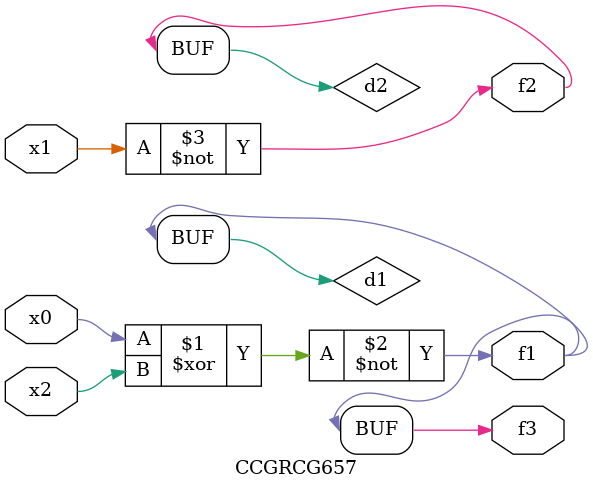
<source format=v>
module CCGRCG657(
	input x0, x1, x2,
	output f1, f2, f3
);

	wire d1, d2, d3;

	xnor (d1, x0, x2);
	nand (d2, x1);
	nor (d3, x1, x2);
	assign f1 = d1;
	assign f2 = d2;
	assign f3 = d1;
endmodule

</source>
